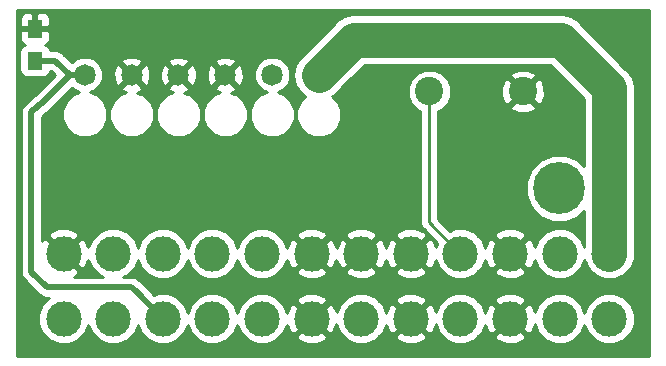
<source format=gtl>
G04 #@! TF.GenerationSoftware,KiCad,Pcbnew,(5.0.0-3-g5ebb6b6)*
G04 #@! TF.CreationDate,2018-12-11T03:05:49+01:00*
G04 #@! TF.ProjectId,pico_psu_mount,7069636F5F7073755F6D6F756E742E6B,rev?*
G04 #@! TF.SameCoordinates,Original*
G04 #@! TF.FileFunction,Copper,L1,Top,Signal*
G04 #@! TF.FilePolarity,Positive*
%FSLAX46Y46*%
G04 Gerber Fmt 4.6, Leading zero omitted, Abs format (unit mm)*
G04 Created by KiCad (PCBNEW (5.0.0-3-g5ebb6b6)) date 2018 December 11, Tuesday 03:05:49*
%MOMM*%
%LPD*%
G01*
G04 APERTURE LIST*
G04 #@! TA.AperFunction,ComponentPad*
%ADD10C,3.000000*%
G04 #@! TD*
G04 #@! TA.AperFunction,ComponentPad*
%ADD11C,2.400000*%
G04 #@! TD*
G04 #@! TA.AperFunction,ComponentPad*
%ADD12C,1.824000*%
G04 #@! TD*
G04 #@! TA.AperFunction,SMDPad,CuDef*
%ADD13R,1.300000X1.500000*%
G04 #@! TD*
G04 #@! TA.AperFunction,ViaPad*
%ADD14C,4.400000*%
G04 #@! TD*
G04 #@! TA.AperFunction,Conductor*
%ADD15C,0.250000*%
G04 #@! TD*
G04 #@! TA.AperFunction,Conductor*
%ADD16C,3.000000*%
G04 #@! TD*
G04 #@! TA.AperFunction,Conductor*
%ADD17C,0.500000*%
G04 #@! TD*
G04 #@! TA.AperFunction,Conductor*
%ADD18C,0.254000*%
G04 #@! TD*
G04 APERTURE END LIST*
D10*
G04 #@! TO.P,U2,24*
G04 #@! TO.N,GND*
X151894600Y-85660600D03*
G04 #@! TO.P,U2,23*
G04 #@! TO.N,Net-(U2-Pad23)*
X156094600Y-85660600D03*
G04 #@! TO.P,U2,22*
G04 #@! TO.N,Net-(U2-Pad22)*
X160294600Y-85660600D03*
G04 #@! TO.P,U2,21*
G04 #@! TO.N,/5V*
X164494600Y-85660600D03*
G04 #@! TO.P,U2,20*
G04 #@! TO.N,Net-(U2-Pad20)*
X168694600Y-85660600D03*
G04 #@! TO.P,U2,19*
G04 #@! TO.N,GND*
X172894600Y-85660600D03*
G04 #@! TO.P,U2,18*
X177094600Y-85660600D03*
G04 #@! TO.P,U2,17*
X181294600Y-85660600D03*
G04 #@! TO.P,U2,16*
G04 #@! TO.N,/nPSon*
X185494600Y-85660600D03*
G04 #@! TO.P,U2,15*
G04 #@! TO.N,GND*
X189694600Y-85660600D03*
G04 #@! TO.P,U2,14*
G04 #@! TO.N,Net-(U2-Pad14)*
X193894600Y-85660600D03*
G04 #@! TO.P,U2,13*
G04 #@! TO.N,/3.3V*
X198094600Y-85660600D03*
G04 #@! TO.P,U2,12*
G04 #@! TO.N,Net-(U2-Pad12)*
X151894600Y-91160600D03*
G04 #@! TO.P,U2,11*
G04 #@! TO.N,Net-(U2-Pad11)*
X156094600Y-91160600D03*
G04 #@! TO.P,U2,10*
G04 #@! TO.N,/12V*
X160294600Y-91160600D03*
G04 #@! TO.P,U2,9*
G04 #@! TO.N,Net-(U2-Pad9)*
X164494600Y-91160600D03*
G04 #@! TO.P,U2,8*
G04 #@! TO.N,Net-(U2-Pad8)*
X168694600Y-91160600D03*
G04 #@! TO.P,U2,7*
G04 #@! TO.N,GND*
X172894600Y-91160600D03*
G04 #@! TO.P,U2,6*
G04 #@! TO.N,Net-(U2-Pad6)*
X177094600Y-91160600D03*
G04 #@! TO.P,U2,5*
G04 #@! TO.N,GND*
X181294600Y-91160600D03*
G04 #@! TO.P,U2,4*
G04 #@! TO.N,Net-(U2-Pad4)*
X185494600Y-91160600D03*
G04 #@! TO.P,U2,3*
G04 #@! TO.N,GND*
X189694600Y-91160600D03*
G04 #@! TO.P,U2,2*
G04 #@! TO.N,Net-(U2-Pad2)*
X193894600Y-91160600D03*
G04 #@! TO.P,U2,1*
G04 #@! TO.N,Net-(U2-Pad1)*
X198094600Y-91160600D03*
G04 #@! TD*
D11*
G04 #@! TO.P,J1,1*
G04 #@! TO.N,/nPSon*
X182857000Y-71935200D03*
G04 #@! TO.P,J1,2*
G04 #@! TO.N,GND*
X190777000Y-71935200D03*
G04 #@! TD*
D12*
G04 #@! TO.P,U1,1*
G04 #@! TO.N,/3.3V*
X173507400Y-70535800D03*
G04 #@! TO.P,U1,2*
G04 #@! TO.N,/5V*
X169545000Y-70535800D03*
G04 #@! TO.P,U1,3*
G04 #@! TO.N,GND*
X165582600Y-70535800D03*
G04 #@! TO.P,U1,4*
X161620200Y-70535800D03*
G04 #@! TO.P,U1,5*
X157659400Y-70535800D03*
G04 #@! TO.P,U1,6*
G04 #@! TO.N,/12V*
X153695400Y-70535800D03*
G04 #@! TD*
D13*
G04 #@! TO.P,10k,2*
G04 #@! TO.N,GND*
X149453600Y-66620400D03*
G04 #@! TO.P,10k,1*
G04 #@! TO.N,/12V*
X149453600Y-69320400D03*
G04 #@! TD*
D14*
G04 #@! TO.N,*
X193858600Y-80146000D03*
G04 #@! TD*
D15*
G04 #@! TO.N,/nPSon*
X182857000Y-83023000D02*
X185494600Y-85660600D01*
X182857000Y-71935200D02*
X182857000Y-83023000D01*
D16*
G04 #@! TO.N,/3.3V*
X198094600Y-71653400D02*
X198094600Y-85660600D01*
X194614800Y-68173600D02*
X198094600Y-71653400D01*
X173507400Y-70535800D02*
X175869600Y-68173600D01*
X176504600Y-67538600D02*
X177571400Y-67538600D01*
X173507400Y-70535800D02*
X176504600Y-67538600D01*
X192379600Y-67538600D02*
X193979800Y-67538600D01*
X193979800Y-67538600D02*
X198094600Y-71653400D01*
X192379600Y-67538600D02*
X177571400Y-67538600D01*
D17*
G04 #@! TO.N,/12V*
X157984000Y-88850000D02*
X160294600Y-91160600D01*
X157634000Y-88500000D02*
X157984000Y-88850000D01*
X150450000Y-88500000D02*
X157634000Y-88500000D01*
X152405638Y-70535800D02*
X149944599Y-72996839D01*
X153695400Y-70535800D02*
X152405638Y-70535800D01*
X149944599Y-72996839D02*
X149903161Y-72996839D01*
X149903161Y-72996839D02*
X149450000Y-73450000D01*
X149450000Y-73450000D02*
X149400000Y-73450000D01*
X149400000Y-73450000D02*
X149150000Y-73700000D01*
X149150000Y-87200000D02*
X150450000Y-88500000D01*
X149150000Y-73700000D02*
X149150000Y-87200000D01*
X151190238Y-69320400D02*
X152405638Y-70535800D01*
X149453600Y-69320400D02*
X151190238Y-69320400D01*
G04 #@! TD*
D18*
G04 #@! TO.N,GND*
G36*
X201473600Y-94311000D02*
X147979600Y-94311000D01*
X147979600Y-68570400D01*
X148156160Y-68570400D01*
X148156160Y-70070400D01*
X148205443Y-70318165D01*
X148345791Y-70528209D01*
X148555835Y-70668557D01*
X148803600Y-70717840D01*
X150103600Y-70717840D01*
X150351365Y-70668557D01*
X150561409Y-70528209D01*
X150701757Y-70318165D01*
X150724187Y-70205400D01*
X150823660Y-70205400D01*
X151154059Y-70535800D01*
X149463890Y-72225970D01*
X149265112Y-72358790D01*
X149215737Y-72432685D01*
X148986532Y-72661890D01*
X148761951Y-72811951D01*
X148712576Y-72885846D01*
X148585847Y-73012575D01*
X148511951Y-73061951D01*
X148316348Y-73354691D01*
X148265000Y-73612836D01*
X148265000Y-73612839D01*
X148247663Y-73700000D01*
X148265000Y-73787161D01*
X148265001Y-87112834D01*
X148247663Y-87200000D01*
X148316348Y-87545309D01*
X148462576Y-87764154D01*
X148462578Y-87764156D01*
X148511952Y-87838049D01*
X148585845Y-87887423D01*
X149762577Y-89064156D01*
X149811951Y-89138049D01*
X149885844Y-89187423D01*
X149885845Y-89187424D01*
X150096023Y-89327861D01*
X150104690Y-89333652D01*
X150362835Y-89385000D01*
X150362839Y-89385000D01*
X150450000Y-89402337D01*
X150537161Y-89385000D01*
X150650854Y-89385000D01*
X150084634Y-89951220D01*
X149759600Y-90735922D01*
X149759600Y-91585278D01*
X150084634Y-92369980D01*
X150685220Y-92970566D01*
X151469922Y-93295600D01*
X152319278Y-93295600D01*
X153103980Y-92970566D01*
X153704566Y-92369980D01*
X153994600Y-91669776D01*
X154284634Y-92369980D01*
X154885220Y-92970566D01*
X155669922Y-93295600D01*
X156519278Y-93295600D01*
X157303980Y-92970566D01*
X157904566Y-92369980D01*
X158194600Y-91669776D01*
X158484634Y-92369980D01*
X159085220Y-92970566D01*
X159869922Y-93295600D01*
X160719278Y-93295600D01*
X161503980Y-92970566D01*
X162104566Y-92369980D01*
X162394600Y-91669776D01*
X162684634Y-92369980D01*
X163285220Y-92970566D01*
X164069922Y-93295600D01*
X164919278Y-93295600D01*
X165703980Y-92970566D01*
X166304566Y-92369980D01*
X166594600Y-91669776D01*
X166884634Y-92369980D01*
X167485220Y-92970566D01*
X168269922Y-93295600D01*
X169119278Y-93295600D01*
X169903980Y-92970566D01*
X170199976Y-92674570D01*
X171560235Y-92674570D01*
X171720018Y-92993339D01*
X172510787Y-93303323D01*
X173359987Y-93287097D01*
X174069182Y-92993339D01*
X174228965Y-92674570D01*
X172894600Y-91340205D01*
X171560235Y-92674570D01*
X170199976Y-92674570D01*
X170504566Y-92369980D01*
X170790420Y-91679866D01*
X171061861Y-92335182D01*
X171380630Y-92494965D01*
X172714995Y-91160600D01*
X173074205Y-91160600D01*
X174408570Y-92494965D01*
X174727339Y-92335182D01*
X174991302Y-91661813D01*
X175284634Y-92369980D01*
X175885220Y-92970566D01*
X176669922Y-93295600D01*
X177519278Y-93295600D01*
X178303980Y-92970566D01*
X178599976Y-92674570D01*
X179960235Y-92674570D01*
X180120018Y-92993339D01*
X180910787Y-93303323D01*
X181759987Y-93287097D01*
X182469182Y-92993339D01*
X182628965Y-92674570D01*
X181294600Y-91340205D01*
X179960235Y-92674570D01*
X178599976Y-92674570D01*
X178904566Y-92369980D01*
X179190420Y-91679866D01*
X179461861Y-92335182D01*
X179780630Y-92494965D01*
X181114995Y-91160600D01*
X181474205Y-91160600D01*
X182808570Y-92494965D01*
X183127339Y-92335182D01*
X183391302Y-91661813D01*
X183684634Y-92369980D01*
X184285220Y-92970566D01*
X185069922Y-93295600D01*
X185919278Y-93295600D01*
X186703980Y-92970566D01*
X186999976Y-92674570D01*
X188360235Y-92674570D01*
X188520018Y-92993339D01*
X189310787Y-93303323D01*
X190159987Y-93287097D01*
X190869182Y-92993339D01*
X191028965Y-92674570D01*
X189694600Y-91340205D01*
X188360235Y-92674570D01*
X186999976Y-92674570D01*
X187304566Y-92369980D01*
X187590420Y-91679866D01*
X187861861Y-92335182D01*
X188180630Y-92494965D01*
X189514995Y-91160600D01*
X189874205Y-91160600D01*
X191208570Y-92494965D01*
X191527339Y-92335182D01*
X191791302Y-91661813D01*
X192084634Y-92369980D01*
X192685220Y-92970566D01*
X193469922Y-93295600D01*
X194319278Y-93295600D01*
X195103980Y-92970566D01*
X195704566Y-92369980D01*
X195994600Y-91669776D01*
X196284634Y-92369980D01*
X196885220Y-92970566D01*
X197669922Y-93295600D01*
X198519278Y-93295600D01*
X199303980Y-92970566D01*
X199904566Y-92369980D01*
X200229600Y-91585278D01*
X200229600Y-90735922D01*
X199904566Y-89951220D01*
X199303980Y-89350634D01*
X198519278Y-89025600D01*
X197669922Y-89025600D01*
X196885220Y-89350634D01*
X196284634Y-89951220D01*
X195994600Y-90651424D01*
X195704566Y-89951220D01*
X195103980Y-89350634D01*
X194319278Y-89025600D01*
X193469922Y-89025600D01*
X192685220Y-89350634D01*
X192084634Y-89951220D01*
X191798780Y-90641334D01*
X191527339Y-89986018D01*
X191208570Y-89826235D01*
X189874205Y-91160600D01*
X189514995Y-91160600D01*
X188180630Y-89826235D01*
X187861861Y-89986018D01*
X187597898Y-90659387D01*
X187304566Y-89951220D01*
X186999976Y-89646630D01*
X188360235Y-89646630D01*
X189694600Y-90980995D01*
X191028965Y-89646630D01*
X190869182Y-89327861D01*
X190078413Y-89017877D01*
X189229213Y-89034103D01*
X188520018Y-89327861D01*
X188360235Y-89646630D01*
X186999976Y-89646630D01*
X186703980Y-89350634D01*
X185919278Y-89025600D01*
X185069922Y-89025600D01*
X184285220Y-89350634D01*
X183684634Y-89951220D01*
X183398780Y-90641334D01*
X183127339Y-89986018D01*
X182808570Y-89826235D01*
X181474205Y-91160600D01*
X181114995Y-91160600D01*
X179780630Y-89826235D01*
X179461861Y-89986018D01*
X179197898Y-90659387D01*
X178904566Y-89951220D01*
X178599976Y-89646630D01*
X179960235Y-89646630D01*
X181294600Y-90980995D01*
X182628965Y-89646630D01*
X182469182Y-89327861D01*
X181678413Y-89017877D01*
X180829213Y-89034103D01*
X180120018Y-89327861D01*
X179960235Y-89646630D01*
X178599976Y-89646630D01*
X178303980Y-89350634D01*
X177519278Y-89025600D01*
X176669922Y-89025600D01*
X175885220Y-89350634D01*
X175284634Y-89951220D01*
X174998780Y-90641334D01*
X174727339Y-89986018D01*
X174408570Y-89826235D01*
X173074205Y-91160600D01*
X172714995Y-91160600D01*
X171380630Y-89826235D01*
X171061861Y-89986018D01*
X170797898Y-90659387D01*
X170504566Y-89951220D01*
X170199976Y-89646630D01*
X171560235Y-89646630D01*
X172894600Y-90980995D01*
X174228965Y-89646630D01*
X174069182Y-89327861D01*
X173278413Y-89017877D01*
X172429213Y-89034103D01*
X171720018Y-89327861D01*
X171560235Y-89646630D01*
X170199976Y-89646630D01*
X169903980Y-89350634D01*
X169119278Y-89025600D01*
X168269922Y-89025600D01*
X167485220Y-89350634D01*
X166884634Y-89951220D01*
X166594600Y-90651424D01*
X166304566Y-89951220D01*
X165703980Y-89350634D01*
X164919278Y-89025600D01*
X164069922Y-89025600D01*
X163285220Y-89350634D01*
X162684634Y-89951220D01*
X162394600Y-90651424D01*
X162104566Y-89951220D01*
X161503980Y-89350634D01*
X160719278Y-89025600D01*
X159869922Y-89025600D01*
X159545541Y-89159963D01*
X158321425Y-87935847D01*
X158272049Y-87861951D01*
X157979310Y-87666348D01*
X157721165Y-87615000D01*
X157721161Y-87615000D01*
X157634000Y-87597663D01*
X157546839Y-87615000D01*
X156955285Y-87615000D01*
X157303980Y-87470566D01*
X157904566Y-86869980D01*
X158194600Y-86169776D01*
X158484634Y-86869980D01*
X159085220Y-87470566D01*
X159869922Y-87795600D01*
X160719278Y-87795600D01*
X161503980Y-87470566D01*
X162104566Y-86869980D01*
X162394600Y-86169776D01*
X162684634Y-86869980D01*
X163285220Y-87470566D01*
X164069922Y-87795600D01*
X164919278Y-87795600D01*
X165703980Y-87470566D01*
X166304566Y-86869980D01*
X166594600Y-86169776D01*
X166884634Y-86869980D01*
X167485220Y-87470566D01*
X168269922Y-87795600D01*
X169119278Y-87795600D01*
X169903980Y-87470566D01*
X170199976Y-87174570D01*
X171560235Y-87174570D01*
X171720018Y-87493339D01*
X172510787Y-87803323D01*
X173359987Y-87787097D01*
X174069182Y-87493339D01*
X174228965Y-87174570D01*
X175760235Y-87174570D01*
X175920018Y-87493339D01*
X176710787Y-87803323D01*
X177559987Y-87787097D01*
X178269182Y-87493339D01*
X178428965Y-87174570D01*
X179960235Y-87174570D01*
X180120018Y-87493339D01*
X180910787Y-87803323D01*
X181759987Y-87787097D01*
X182469182Y-87493339D01*
X182628965Y-87174570D01*
X181294600Y-85840205D01*
X179960235Y-87174570D01*
X178428965Y-87174570D01*
X177094600Y-85840205D01*
X175760235Y-87174570D01*
X174228965Y-87174570D01*
X172894600Y-85840205D01*
X171560235Y-87174570D01*
X170199976Y-87174570D01*
X170504566Y-86869980D01*
X170790420Y-86179866D01*
X171061861Y-86835182D01*
X171380630Y-86994965D01*
X172714995Y-85660600D01*
X173074205Y-85660600D01*
X174408570Y-86994965D01*
X174727339Y-86835182D01*
X174987237Y-86172181D01*
X175261861Y-86835182D01*
X175580630Y-86994965D01*
X176914995Y-85660600D01*
X177274205Y-85660600D01*
X178608570Y-86994965D01*
X178927339Y-86835182D01*
X179187237Y-86172181D01*
X179461861Y-86835182D01*
X179780630Y-86994965D01*
X181114995Y-85660600D01*
X179780630Y-84326235D01*
X179461861Y-84486018D01*
X179201963Y-85149019D01*
X178927339Y-84486018D01*
X178608570Y-84326235D01*
X177274205Y-85660600D01*
X176914995Y-85660600D01*
X175580630Y-84326235D01*
X175261861Y-84486018D01*
X175001963Y-85149019D01*
X174727339Y-84486018D01*
X174408570Y-84326235D01*
X173074205Y-85660600D01*
X172714995Y-85660600D01*
X171380630Y-84326235D01*
X171061861Y-84486018D01*
X170797898Y-85159387D01*
X170504566Y-84451220D01*
X170199976Y-84146630D01*
X171560235Y-84146630D01*
X172894600Y-85480995D01*
X174228965Y-84146630D01*
X175760235Y-84146630D01*
X177094600Y-85480995D01*
X178428965Y-84146630D01*
X179960235Y-84146630D01*
X181294600Y-85480995D01*
X182628965Y-84146630D01*
X182469182Y-83827861D01*
X181678413Y-83517877D01*
X180829213Y-83534103D01*
X180120018Y-83827861D01*
X179960235Y-84146630D01*
X178428965Y-84146630D01*
X178269182Y-83827861D01*
X177478413Y-83517877D01*
X176629213Y-83534103D01*
X175920018Y-83827861D01*
X175760235Y-84146630D01*
X174228965Y-84146630D01*
X174069182Y-83827861D01*
X173278413Y-83517877D01*
X172429213Y-83534103D01*
X171720018Y-83827861D01*
X171560235Y-84146630D01*
X170199976Y-84146630D01*
X169903980Y-83850634D01*
X169119278Y-83525600D01*
X168269922Y-83525600D01*
X167485220Y-83850634D01*
X166884634Y-84451220D01*
X166594600Y-85151424D01*
X166304566Y-84451220D01*
X165703980Y-83850634D01*
X164919278Y-83525600D01*
X164069922Y-83525600D01*
X163285220Y-83850634D01*
X162684634Y-84451220D01*
X162394600Y-85151424D01*
X162104566Y-84451220D01*
X161503980Y-83850634D01*
X160719278Y-83525600D01*
X159869922Y-83525600D01*
X159085220Y-83850634D01*
X158484634Y-84451220D01*
X158194600Y-85151424D01*
X157904566Y-84451220D01*
X157303980Y-83850634D01*
X156519278Y-83525600D01*
X155669922Y-83525600D01*
X154885220Y-83850634D01*
X154284634Y-84451220D01*
X153998780Y-85141334D01*
X153727339Y-84486018D01*
X153408570Y-84326235D01*
X152074205Y-85660600D01*
X153408570Y-86994965D01*
X153727339Y-86835182D01*
X153991302Y-86161813D01*
X154284634Y-86869980D01*
X154885220Y-87470566D01*
X155233915Y-87615000D01*
X152775466Y-87615000D01*
X153069182Y-87493339D01*
X153228965Y-87174570D01*
X151894600Y-85840205D01*
X151880458Y-85854348D01*
X151700853Y-85674743D01*
X151714995Y-85660600D01*
X150380630Y-84326235D01*
X150061861Y-84486018D01*
X150035000Y-84554540D01*
X150035000Y-84146630D01*
X150560235Y-84146630D01*
X151894600Y-85480995D01*
X153228965Y-84146630D01*
X153069182Y-83827861D01*
X152278413Y-83517877D01*
X151429213Y-83534103D01*
X150720018Y-83827861D01*
X150560235Y-84146630D01*
X150035000Y-84146630D01*
X150035000Y-74123495D01*
X150088049Y-74088049D01*
X150137425Y-74014153D01*
X150383870Y-73767708D01*
X150582648Y-73634888D01*
X150632024Y-73560992D01*
X152582414Y-71610603D01*
X152819095Y-71847284D01*
X153232332Y-72018452D01*
X152616304Y-72273619D01*
X152080419Y-72809504D01*
X151790400Y-73509672D01*
X151790400Y-74267528D01*
X152080419Y-74967696D01*
X152616304Y-75503581D01*
X153316472Y-75793600D01*
X154074328Y-75793600D01*
X154774496Y-75503581D01*
X155310381Y-74967696D01*
X155600400Y-74267528D01*
X155600400Y-73509672D01*
X155752800Y-73509672D01*
X155752800Y-74267528D01*
X156042819Y-74967696D01*
X156578704Y-75503581D01*
X157278872Y-75793600D01*
X158036728Y-75793600D01*
X158736896Y-75503581D01*
X159272781Y-74967696D01*
X159562800Y-74267528D01*
X159562800Y-73509672D01*
X159715200Y-73509672D01*
X159715200Y-74267528D01*
X160005219Y-74967696D01*
X160541104Y-75503581D01*
X161241272Y-75793600D01*
X161999128Y-75793600D01*
X162699296Y-75503581D01*
X163235181Y-74967696D01*
X163525200Y-74267528D01*
X163525200Y-73509672D01*
X163677600Y-73509672D01*
X163677600Y-74267528D01*
X163967619Y-74967696D01*
X164503504Y-75503581D01*
X165203672Y-75793600D01*
X165961528Y-75793600D01*
X166661696Y-75503581D01*
X167197581Y-74967696D01*
X167487600Y-74267528D01*
X167487600Y-73509672D01*
X167640000Y-73509672D01*
X167640000Y-74267528D01*
X167930019Y-74967696D01*
X168465904Y-75503581D01*
X169166072Y-75793600D01*
X169923928Y-75793600D01*
X170624096Y-75503581D01*
X171159981Y-74967696D01*
X171450000Y-74267528D01*
X171450000Y-73509672D01*
X171159981Y-72809504D01*
X170624096Y-72273619D01*
X170008068Y-72018452D01*
X170421305Y-71847284D01*
X170856484Y-71412105D01*
X171092000Y-70843518D01*
X171092000Y-70535800D01*
X171330574Y-70535800D01*
X171496274Y-71368835D01*
X171968151Y-72075049D01*
X172363027Y-72338896D01*
X171892419Y-72809504D01*
X171602400Y-73509672D01*
X171602400Y-74267528D01*
X171892419Y-74967696D01*
X172428304Y-75503581D01*
X173128472Y-75793600D01*
X173886328Y-75793600D01*
X174586496Y-75503581D01*
X175122381Y-74967696D01*
X175412400Y-74267528D01*
X175412400Y-73509672D01*
X175122381Y-72809504D01*
X174651773Y-72338896D01*
X174868383Y-72194162D01*
X175492349Y-71570196D01*
X181022000Y-71570196D01*
X181022000Y-72300204D01*
X181301362Y-72974644D01*
X181817556Y-73490838D01*
X182097000Y-73606587D01*
X182097001Y-82948148D01*
X182082112Y-83023000D01*
X182097001Y-83097852D01*
X182141097Y-83319537D01*
X182309072Y-83570929D01*
X182372528Y-83613329D01*
X183545740Y-84786541D01*
X183398780Y-85141334D01*
X183127339Y-84486018D01*
X182808570Y-84326235D01*
X181474205Y-85660600D01*
X182808570Y-86994965D01*
X183127339Y-86835182D01*
X183391302Y-86161813D01*
X183684634Y-86869980D01*
X184285220Y-87470566D01*
X185069922Y-87795600D01*
X185919278Y-87795600D01*
X186703980Y-87470566D01*
X186999976Y-87174570D01*
X188360235Y-87174570D01*
X188520018Y-87493339D01*
X189310787Y-87803323D01*
X190159987Y-87787097D01*
X190869182Y-87493339D01*
X191028965Y-87174570D01*
X189694600Y-85840205D01*
X188360235Y-87174570D01*
X186999976Y-87174570D01*
X187304566Y-86869980D01*
X187590420Y-86179866D01*
X187861861Y-86835182D01*
X188180630Y-86994965D01*
X189514995Y-85660600D01*
X188180630Y-84326235D01*
X187861861Y-84486018D01*
X187597898Y-85159387D01*
X187304566Y-84451220D01*
X186999976Y-84146630D01*
X188360235Y-84146630D01*
X189694600Y-85480995D01*
X191028965Y-84146630D01*
X190869182Y-83827861D01*
X190078413Y-83517877D01*
X189229213Y-83534103D01*
X188520018Y-83827861D01*
X188360235Y-84146630D01*
X186999976Y-84146630D01*
X186703980Y-83850634D01*
X185919278Y-83525600D01*
X185069922Y-83525600D01*
X184620541Y-83711740D01*
X183617000Y-82708199D01*
X183617000Y-73606587D01*
X183896444Y-73490838D01*
X184154907Y-73232375D01*
X189659430Y-73232375D01*
X189782565Y-73519988D01*
X190464734Y-73779907D01*
X191194443Y-73758986D01*
X191771435Y-73519988D01*
X191894570Y-73232375D01*
X190777000Y-72114805D01*
X189659430Y-73232375D01*
X184154907Y-73232375D01*
X184412638Y-72974644D01*
X184692000Y-72300204D01*
X184692000Y-71622934D01*
X188932293Y-71622934D01*
X188953214Y-72352643D01*
X189192212Y-72929635D01*
X189479825Y-73052770D01*
X190597395Y-71935200D01*
X190956605Y-71935200D01*
X192074175Y-73052770D01*
X192361788Y-72929635D01*
X192621707Y-72247466D01*
X192600786Y-71517757D01*
X192361788Y-70940765D01*
X192074175Y-70817630D01*
X190956605Y-71935200D01*
X190597395Y-71935200D01*
X189479825Y-70817630D01*
X189192212Y-70940765D01*
X188932293Y-71622934D01*
X184692000Y-71622934D01*
X184692000Y-71570196D01*
X184412638Y-70895756D01*
X184154907Y-70638025D01*
X189659430Y-70638025D01*
X190777000Y-71755595D01*
X191894570Y-70638025D01*
X191771435Y-70350412D01*
X191089266Y-70090493D01*
X190359557Y-70111414D01*
X189782565Y-70350412D01*
X189659430Y-70638025D01*
X184154907Y-70638025D01*
X183896444Y-70379562D01*
X183222004Y-70100200D01*
X182491996Y-70100200D01*
X181817556Y-70379562D01*
X181301362Y-70895756D01*
X181022000Y-71570196D01*
X175492349Y-71570196D01*
X176181436Y-70881109D01*
X177388946Y-69673600D01*
X193095455Y-69673600D01*
X195959600Y-72537746D01*
X195959600Y-78237704D01*
X195464499Y-77742603D01*
X194422517Y-77311000D01*
X193294683Y-77311000D01*
X192252701Y-77742603D01*
X191455203Y-78540101D01*
X191023600Y-79582083D01*
X191023600Y-80709917D01*
X191455203Y-81751899D01*
X192252701Y-82549397D01*
X193294683Y-82981000D01*
X194422517Y-82981000D01*
X195464499Y-82549397D01*
X195959601Y-82054295D01*
X195959601Y-85066929D01*
X195704566Y-84451220D01*
X195103980Y-83850634D01*
X194319278Y-83525600D01*
X193469922Y-83525600D01*
X192685220Y-83850634D01*
X192084634Y-84451220D01*
X191798780Y-85141334D01*
X191527339Y-84486018D01*
X191208570Y-84326235D01*
X189874205Y-85660600D01*
X191208570Y-86994965D01*
X191527339Y-86835182D01*
X191791302Y-86161813D01*
X192084634Y-86869980D01*
X192685220Y-87470566D01*
X193469922Y-87795600D01*
X194319278Y-87795600D01*
X195103980Y-87470566D01*
X195704566Y-86869980D01*
X195994600Y-86169776D01*
X196041649Y-86283362D01*
X196083475Y-86493636D01*
X196202585Y-86671897D01*
X196284634Y-86869980D01*
X196436241Y-87021587D01*
X196555352Y-87199849D01*
X196733614Y-87318960D01*
X196885220Y-87470566D01*
X197083301Y-87552614D01*
X197261565Y-87671726D01*
X197471842Y-87713553D01*
X197669922Y-87795600D01*
X197884322Y-87795600D01*
X198094600Y-87837427D01*
X198304879Y-87795600D01*
X198519278Y-87795600D01*
X198717357Y-87713553D01*
X198927636Y-87671726D01*
X199105901Y-87552613D01*
X199303980Y-87470566D01*
X199455584Y-87318962D01*
X199633849Y-87199849D01*
X199752962Y-87021584D01*
X199904566Y-86869980D01*
X199986613Y-86671901D01*
X200105726Y-86493636D01*
X200147553Y-86283357D01*
X200229600Y-86085278D01*
X200229600Y-71863675D01*
X200271426Y-71653400D01*
X200229600Y-71443125D01*
X200229600Y-71443121D01*
X200105726Y-70820364D01*
X199633849Y-70114151D01*
X199455584Y-69995038D01*
X195638164Y-66177619D01*
X195519049Y-65999351D01*
X194812836Y-65527474D01*
X194190079Y-65403600D01*
X194190075Y-65403600D01*
X193979800Y-65361774D01*
X193769525Y-65403600D01*
X176714875Y-65403600D01*
X176504600Y-65361774D01*
X176294325Y-65403600D01*
X176294321Y-65403600D01*
X175671564Y-65527474D01*
X174965351Y-65999351D01*
X174846238Y-66177616D01*
X174508617Y-66515238D01*
X174508616Y-66515238D01*
X171849038Y-69174817D01*
X171496274Y-69702765D01*
X171330574Y-70535800D01*
X171092000Y-70535800D01*
X171092000Y-70228082D01*
X170856484Y-69659495D01*
X170421305Y-69224316D01*
X169852718Y-68988800D01*
X169237282Y-68988800D01*
X168668695Y-69224316D01*
X168233516Y-69659495D01*
X167998000Y-70228082D01*
X167998000Y-70843518D01*
X168233516Y-71412105D01*
X168668695Y-71847284D01*
X169081932Y-72018452D01*
X168465904Y-72273619D01*
X167930019Y-72809504D01*
X167640000Y-73509672D01*
X167487600Y-73509672D01*
X167197581Y-72809504D01*
X166661696Y-72273619D01*
X166060556Y-72024619D01*
X166403963Y-71882375D01*
X166491842Y-71624647D01*
X165582600Y-70715405D01*
X164673358Y-71624647D01*
X164761237Y-71882375D01*
X165125596Y-72015940D01*
X164503504Y-72273619D01*
X163967619Y-72809504D01*
X163677600Y-73509672D01*
X163525200Y-73509672D01*
X163235181Y-72809504D01*
X162699296Y-72273619D01*
X162098156Y-72024619D01*
X162441563Y-71882375D01*
X162529442Y-71624647D01*
X161620200Y-70715405D01*
X160710958Y-71624647D01*
X160798837Y-71882375D01*
X161163196Y-72015940D01*
X160541104Y-72273619D01*
X160005219Y-72809504D01*
X159715200Y-73509672D01*
X159562800Y-73509672D01*
X159272781Y-72809504D01*
X158736896Y-72273619D01*
X158136556Y-72024950D01*
X158480763Y-71882375D01*
X158568642Y-71624647D01*
X157659400Y-70715405D01*
X156750158Y-71624647D01*
X156838037Y-71882375D01*
X157201547Y-72015629D01*
X156578704Y-72273619D01*
X156042819Y-72809504D01*
X155752800Y-73509672D01*
X155600400Y-73509672D01*
X155310381Y-72809504D01*
X154774496Y-72273619D01*
X154158468Y-72018452D01*
X154571705Y-71847284D01*
X155006884Y-71412105D01*
X155242400Y-70843518D01*
X155242400Y-70292271D01*
X156101005Y-70292271D01*
X156126436Y-70907180D01*
X156312825Y-71357163D01*
X156570553Y-71445042D01*
X157479795Y-70535800D01*
X157839005Y-70535800D01*
X158748247Y-71445042D01*
X159005975Y-71357163D01*
X159217795Y-70779329D01*
X159197652Y-70292271D01*
X160061805Y-70292271D01*
X160087236Y-70907180D01*
X160273625Y-71357163D01*
X160531353Y-71445042D01*
X161440595Y-70535800D01*
X161799805Y-70535800D01*
X162709047Y-71445042D01*
X162966775Y-71357163D01*
X163178595Y-70779329D01*
X163158452Y-70292271D01*
X164024205Y-70292271D01*
X164049636Y-70907180D01*
X164236025Y-71357163D01*
X164493753Y-71445042D01*
X165402995Y-70535800D01*
X165762205Y-70535800D01*
X166671447Y-71445042D01*
X166929175Y-71357163D01*
X167140995Y-70779329D01*
X167115564Y-70164420D01*
X166929175Y-69714437D01*
X166671447Y-69626558D01*
X165762205Y-70535800D01*
X165402995Y-70535800D01*
X164493753Y-69626558D01*
X164236025Y-69714437D01*
X164024205Y-70292271D01*
X163158452Y-70292271D01*
X163153164Y-70164420D01*
X162966775Y-69714437D01*
X162709047Y-69626558D01*
X161799805Y-70535800D01*
X161440595Y-70535800D01*
X160531353Y-69626558D01*
X160273625Y-69714437D01*
X160061805Y-70292271D01*
X159197652Y-70292271D01*
X159192364Y-70164420D01*
X159005975Y-69714437D01*
X158748247Y-69626558D01*
X157839005Y-70535800D01*
X157479795Y-70535800D01*
X156570553Y-69626558D01*
X156312825Y-69714437D01*
X156101005Y-70292271D01*
X155242400Y-70292271D01*
X155242400Y-70228082D01*
X155006884Y-69659495D01*
X154794342Y-69446953D01*
X156750158Y-69446953D01*
X157659400Y-70356195D01*
X158568642Y-69446953D01*
X160710958Y-69446953D01*
X161620200Y-70356195D01*
X162529442Y-69446953D01*
X164673358Y-69446953D01*
X165582600Y-70356195D01*
X166491842Y-69446953D01*
X166403963Y-69189225D01*
X165826129Y-68977405D01*
X165211220Y-69002836D01*
X164761237Y-69189225D01*
X164673358Y-69446953D01*
X162529442Y-69446953D01*
X162441563Y-69189225D01*
X161863729Y-68977405D01*
X161248820Y-69002836D01*
X160798837Y-69189225D01*
X160710958Y-69446953D01*
X158568642Y-69446953D01*
X158480763Y-69189225D01*
X157902929Y-68977405D01*
X157288020Y-69002836D01*
X156838037Y-69189225D01*
X156750158Y-69446953D01*
X154794342Y-69446953D01*
X154571705Y-69224316D01*
X154003118Y-68988800D01*
X153387682Y-68988800D01*
X152819095Y-69224316D01*
X152582414Y-69460997D01*
X151877663Y-68756247D01*
X151828287Y-68682351D01*
X151535548Y-68486748D01*
X151277403Y-68435400D01*
X151277399Y-68435400D01*
X151190238Y-68418063D01*
X151103077Y-68435400D01*
X150724187Y-68435400D01*
X150701757Y-68322635D01*
X150561409Y-68112591D01*
X150351365Y-67972243D01*
X150323391Y-67966679D01*
X150463299Y-67908727D01*
X150641927Y-67730098D01*
X150738600Y-67496709D01*
X150738600Y-66906150D01*
X150579850Y-66747400D01*
X149580600Y-66747400D01*
X149580600Y-66767400D01*
X149326600Y-66767400D01*
X149326600Y-66747400D01*
X148327350Y-66747400D01*
X148168600Y-66906150D01*
X148168600Y-67496709D01*
X148265273Y-67730098D01*
X148443901Y-67908727D01*
X148583809Y-67966679D01*
X148555835Y-67972243D01*
X148345791Y-68112591D01*
X148205443Y-68322635D01*
X148156160Y-68570400D01*
X147979600Y-68570400D01*
X147979600Y-65744091D01*
X148168600Y-65744091D01*
X148168600Y-66334650D01*
X148327350Y-66493400D01*
X149326600Y-66493400D01*
X149326600Y-65394150D01*
X149580600Y-65394150D01*
X149580600Y-66493400D01*
X150579850Y-66493400D01*
X150738600Y-66334650D01*
X150738600Y-65744091D01*
X150641927Y-65510702D01*
X150463299Y-65332073D01*
X150229910Y-65235400D01*
X149739350Y-65235400D01*
X149580600Y-65394150D01*
X149326600Y-65394150D01*
X149167850Y-65235400D01*
X148677290Y-65235400D01*
X148443901Y-65332073D01*
X148265273Y-65510702D01*
X148168600Y-65744091D01*
X147979600Y-65744091D01*
X147979600Y-64997800D01*
X201473601Y-64997800D01*
X201473600Y-94311000D01*
X201473600Y-94311000D01*
G37*
X201473600Y-94311000D02*
X147979600Y-94311000D01*
X147979600Y-68570400D01*
X148156160Y-68570400D01*
X148156160Y-70070400D01*
X148205443Y-70318165D01*
X148345791Y-70528209D01*
X148555835Y-70668557D01*
X148803600Y-70717840D01*
X150103600Y-70717840D01*
X150351365Y-70668557D01*
X150561409Y-70528209D01*
X150701757Y-70318165D01*
X150724187Y-70205400D01*
X150823660Y-70205400D01*
X151154059Y-70535800D01*
X149463890Y-72225970D01*
X149265112Y-72358790D01*
X149215737Y-72432685D01*
X148986532Y-72661890D01*
X148761951Y-72811951D01*
X148712576Y-72885846D01*
X148585847Y-73012575D01*
X148511951Y-73061951D01*
X148316348Y-73354691D01*
X148265000Y-73612836D01*
X148265000Y-73612839D01*
X148247663Y-73700000D01*
X148265000Y-73787161D01*
X148265001Y-87112834D01*
X148247663Y-87200000D01*
X148316348Y-87545309D01*
X148462576Y-87764154D01*
X148462578Y-87764156D01*
X148511952Y-87838049D01*
X148585845Y-87887423D01*
X149762577Y-89064156D01*
X149811951Y-89138049D01*
X149885844Y-89187423D01*
X149885845Y-89187424D01*
X150096023Y-89327861D01*
X150104690Y-89333652D01*
X150362835Y-89385000D01*
X150362839Y-89385000D01*
X150450000Y-89402337D01*
X150537161Y-89385000D01*
X150650854Y-89385000D01*
X150084634Y-89951220D01*
X149759600Y-90735922D01*
X149759600Y-91585278D01*
X150084634Y-92369980D01*
X150685220Y-92970566D01*
X151469922Y-93295600D01*
X152319278Y-93295600D01*
X153103980Y-92970566D01*
X153704566Y-92369980D01*
X153994600Y-91669776D01*
X154284634Y-92369980D01*
X154885220Y-92970566D01*
X155669922Y-93295600D01*
X156519278Y-93295600D01*
X157303980Y-92970566D01*
X157904566Y-92369980D01*
X158194600Y-91669776D01*
X158484634Y-92369980D01*
X159085220Y-92970566D01*
X159869922Y-93295600D01*
X160719278Y-93295600D01*
X161503980Y-92970566D01*
X162104566Y-92369980D01*
X162394600Y-91669776D01*
X162684634Y-92369980D01*
X163285220Y-92970566D01*
X164069922Y-93295600D01*
X164919278Y-93295600D01*
X165703980Y-92970566D01*
X166304566Y-92369980D01*
X166594600Y-91669776D01*
X166884634Y-92369980D01*
X167485220Y-92970566D01*
X168269922Y-93295600D01*
X169119278Y-93295600D01*
X169903980Y-92970566D01*
X170199976Y-92674570D01*
X171560235Y-92674570D01*
X171720018Y-92993339D01*
X172510787Y-93303323D01*
X173359987Y-93287097D01*
X174069182Y-92993339D01*
X174228965Y-92674570D01*
X172894600Y-91340205D01*
X171560235Y-92674570D01*
X170199976Y-92674570D01*
X170504566Y-92369980D01*
X170790420Y-91679866D01*
X171061861Y-92335182D01*
X171380630Y-92494965D01*
X172714995Y-91160600D01*
X173074205Y-91160600D01*
X174408570Y-92494965D01*
X174727339Y-92335182D01*
X174991302Y-91661813D01*
X175284634Y-92369980D01*
X175885220Y-92970566D01*
X176669922Y-93295600D01*
X177519278Y-93295600D01*
X178303980Y-92970566D01*
X178599976Y-92674570D01*
X179960235Y-92674570D01*
X180120018Y-92993339D01*
X180910787Y-93303323D01*
X181759987Y-93287097D01*
X182469182Y-92993339D01*
X182628965Y-92674570D01*
X181294600Y-91340205D01*
X179960235Y-92674570D01*
X178599976Y-92674570D01*
X178904566Y-92369980D01*
X179190420Y-91679866D01*
X179461861Y-92335182D01*
X179780630Y-92494965D01*
X181114995Y-91160600D01*
X181474205Y-91160600D01*
X182808570Y-92494965D01*
X183127339Y-92335182D01*
X183391302Y-91661813D01*
X183684634Y-92369980D01*
X184285220Y-92970566D01*
X185069922Y-93295600D01*
X185919278Y-93295600D01*
X186703980Y-92970566D01*
X186999976Y-92674570D01*
X188360235Y-92674570D01*
X188520018Y-92993339D01*
X189310787Y-93303323D01*
X190159987Y-93287097D01*
X190869182Y-92993339D01*
X191028965Y-92674570D01*
X189694600Y-91340205D01*
X188360235Y-92674570D01*
X186999976Y-92674570D01*
X187304566Y-92369980D01*
X187590420Y-91679866D01*
X187861861Y-92335182D01*
X188180630Y-92494965D01*
X189514995Y-91160600D01*
X189874205Y-91160600D01*
X191208570Y-92494965D01*
X191527339Y-92335182D01*
X191791302Y-91661813D01*
X192084634Y-92369980D01*
X192685220Y-92970566D01*
X193469922Y-93295600D01*
X194319278Y-93295600D01*
X195103980Y-92970566D01*
X195704566Y-92369980D01*
X195994600Y-91669776D01*
X196284634Y-92369980D01*
X196885220Y-92970566D01*
X197669922Y-93295600D01*
X198519278Y-93295600D01*
X199303980Y-92970566D01*
X199904566Y-92369980D01*
X200229600Y-91585278D01*
X200229600Y-90735922D01*
X199904566Y-89951220D01*
X199303980Y-89350634D01*
X198519278Y-89025600D01*
X197669922Y-89025600D01*
X196885220Y-89350634D01*
X196284634Y-89951220D01*
X195994600Y-90651424D01*
X195704566Y-89951220D01*
X195103980Y-89350634D01*
X194319278Y-89025600D01*
X193469922Y-89025600D01*
X192685220Y-89350634D01*
X192084634Y-89951220D01*
X191798780Y-90641334D01*
X191527339Y-89986018D01*
X191208570Y-89826235D01*
X189874205Y-91160600D01*
X189514995Y-91160600D01*
X188180630Y-89826235D01*
X187861861Y-89986018D01*
X187597898Y-90659387D01*
X187304566Y-89951220D01*
X186999976Y-89646630D01*
X188360235Y-89646630D01*
X189694600Y-90980995D01*
X191028965Y-89646630D01*
X190869182Y-89327861D01*
X190078413Y-89017877D01*
X189229213Y-89034103D01*
X188520018Y-89327861D01*
X188360235Y-89646630D01*
X186999976Y-89646630D01*
X186703980Y-89350634D01*
X185919278Y-89025600D01*
X185069922Y-89025600D01*
X184285220Y-89350634D01*
X183684634Y-89951220D01*
X183398780Y-90641334D01*
X183127339Y-89986018D01*
X182808570Y-89826235D01*
X181474205Y-91160600D01*
X181114995Y-91160600D01*
X179780630Y-89826235D01*
X179461861Y-89986018D01*
X179197898Y-90659387D01*
X178904566Y-89951220D01*
X178599976Y-89646630D01*
X179960235Y-89646630D01*
X181294600Y-90980995D01*
X182628965Y-89646630D01*
X182469182Y-89327861D01*
X181678413Y-89017877D01*
X180829213Y-89034103D01*
X180120018Y-89327861D01*
X179960235Y-89646630D01*
X178599976Y-89646630D01*
X178303980Y-89350634D01*
X177519278Y-89025600D01*
X176669922Y-89025600D01*
X175885220Y-89350634D01*
X175284634Y-89951220D01*
X174998780Y-90641334D01*
X174727339Y-89986018D01*
X174408570Y-89826235D01*
X173074205Y-91160600D01*
X172714995Y-91160600D01*
X171380630Y-89826235D01*
X171061861Y-89986018D01*
X170797898Y-90659387D01*
X170504566Y-89951220D01*
X170199976Y-89646630D01*
X171560235Y-89646630D01*
X172894600Y-90980995D01*
X174228965Y-89646630D01*
X174069182Y-89327861D01*
X173278413Y-89017877D01*
X172429213Y-89034103D01*
X171720018Y-89327861D01*
X171560235Y-89646630D01*
X170199976Y-89646630D01*
X169903980Y-89350634D01*
X169119278Y-89025600D01*
X168269922Y-89025600D01*
X167485220Y-89350634D01*
X166884634Y-89951220D01*
X166594600Y-90651424D01*
X166304566Y-89951220D01*
X165703980Y-89350634D01*
X164919278Y-89025600D01*
X164069922Y-89025600D01*
X163285220Y-89350634D01*
X162684634Y-89951220D01*
X162394600Y-90651424D01*
X162104566Y-89951220D01*
X161503980Y-89350634D01*
X160719278Y-89025600D01*
X159869922Y-89025600D01*
X159545541Y-89159963D01*
X158321425Y-87935847D01*
X158272049Y-87861951D01*
X157979310Y-87666348D01*
X157721165Y-87615000D01*
X157721161Y-87615000D01*
X157634000Y-87597663D01*
X157546839Y-87615000D01*
X156955285Y-87615000D01*
X157303980Y-87470566D01*
X157904566Y-86869980D01*
X158194600Y-86169776D01*
X158484634Y-86869980D01*
X159085220Y-87470566D01*
X159869922Y-87795600D01*
X160719278Y-87795600D01*
X161503980Y-87470566D01*
X162104566Y-86869980D01*
X162394600Y-86169776D01*
X162684634Y-86869980D01*
X163285220Y-87470566D01*
X164069922Y-87795600D01*
X164919278Y-87795600D01*
X165703980Y-87470566D01*
X166304566Y-86869980D01*
X166594600Y-86169776D01*
X166884634Y-86869980D01*
X167485220Y-87470566D01*
X168269922Y-87795600D01*
X169119278Y-87795600D01*
X169903980Y-87470566D01*
X170199976Y-87174570D01*
X171560235Y-87174570D01*
X171720018Y-87493339D01*
X172510787Y-87803323D01*
X173359987Y-87787097D01*
X174069182Y-87493339D01*
X174228965Y-87174570D01*
X175760235Y-87174570D01*
X175920018Y-87493339D01*
X176710787Y-87803323D01*
X177559987Y-87787097D01*
X178269182Y-87493339D01*
X178428965Y-87174570D01*
X179960235Y-87174570D01*
X180120018Y-87493339D01*
X180910787Y-87803323D01*
X181759987Y-87787097D01*
X182469182Y-87493339D01*
X182628965Y-87174570D01*
X181294600Y-85840205D01*
X179960235Y-87174570D01*
X178428965Y-87174570D01*
X177094600Y-85840205D01*
X175760235Y-87174570D01*
X174228965Y-87174570D01*
X172894600Y-85840205D01*
X171560235Y-87174570D01*
X170199976Y-87174570D01*
X170504566Y-86869980D01*
X170790420Y-86179866D01*
X171061861Y-86835182D01*
X171380630Y-86994965D01*
X172714995Y-85660600D01*
X173074205Y-85660600D01*
X174408570Y-86994965D01*
X174727339Y-86835182D01*
X174987237Y-86172181D01*
X175261861Y-86835182D01*
X175580630Y-86994965D01*
X176914995Y-85660600D01*
X177274205Y-85660600D01*
X178608570Y-86994965D01*
X178927339Y-86835182D01*
X179187237Y-86172181D01*
X179461861Y-86835182D01*
X179780630Y-86994965D01*
X181114995Y-85660600D01*
X179780630Y-84326235D01*
X179461861Y-84486018D01*
X179201963Y-85149019D01*
X178927339Y-84486018D01*
X178608570Y-84326235D01*
X177274205Y-85660600D01*
X176914995Y-85660600D01*
X175580630Y-84326235D01*
X175261861Y-84486018D01*
X175001963Y-85149019D01*
X174727339Y-84486018D01*
X174408570Y-84326235D01*
X173074205Y-85660600D01*
X172714995Y-85660600D01*
X171380630Y-84326235D01*
X171061861Y-84486018D01*
X170797898Y-85159387D01*
X170504566Y-84451220D01*
X170199976Y-84146630D01*
X171560235Y-84146630D01*
X172894600Y-85480995D01*
X174228965Y-84146630D01*
X175760235Y-84146630D01*
X177094600Y-85480995D01*
X178428965Y-84146630D01*
X179960235Y-84146630D01*
X181294600Y-85480995D01*
X182628965Y-84146630D01*
X182469182Y-83827861D01*
X181678413Y-83517877D01*
X180829213Y-83534103D01*
X180120018Y-83827861D01*
X179960235Y-84146630D01*
X178428965Y-84146630D01*
X178269182Y-83827861D01*
X177478413Y-83517877D01*
X176629213Y-83534103D01*
X175920018Y-83827861D01*
X175760235Y-84146630D01*
X174228965Y-84146630D01*
X174069182Y-83827861D01*
X173278413Y-83517877D01*
X172429213Y-83534103D01*
X171720018Y-83827861D01*
X171560235Y-84146630D01*
X170199976Y-84146630D01*
X169903980Y-83850634D01*
X169119278Y-83525600D01*
X168269922Y-83525600D01*
X167485220Y-83850634D01*
X166884634Y-84451220D01*
X166594600Y-85151424D01*
X166304566Y-84451220D01*
X165703980Y-83850634D01*
X164919278Y-83525600D01*
X164069922Y-83525600D01*
X163285220Y-83850634D01*
X162684634Y-84451220D01*
X162394600Y-85151424D01*
X162104566Y-84451220D01*
X161503980Y-83850634D01*
X160719278Y-83525600D01*
X159869922Y-83525600D01*
X159085220Y-83850634D01*
X158484634Y-84451220D01*
X158194600Y-85151424D01*
X157904566Y-84451220D01*
X157303980Y-83850634D01*
X156519278Y-83525600D01*
X155669922Y-83525600D01*
X154885220Y-83850634D01*
X154284634Y-84451220D01*
X153998780Y-85141334D01*
X153727339Y-84486018D01*
X153408570Y-84326235D01*
X152074205Y-85660600D01*
X153408570Y-86994965D01*
X153727339Y-86835182D01*
X153991302Y-86161813D01*
X154284634Y-86869980D01*
X154885220Y-87470566D01*
X155233915Y-87615000D01*
X152775466Y-87615000D01*
X153069182Y-87493339D01*
X153228965Y-87174570D01*
X151894600Y-85840205D01*
X151880458Y-85854348D01*
X151700853Y-85674743D01*
X151714995Y-85660600D01*
X150380630Y-84326235D01*
X150061861Y-84486018D01*
X150035000Y-84554540D01*
X150035000Y-84146630D01*
X150560235Y-84146630D01*
X151894600Y-85480995D01*
X153228965Y-84146630D01*
X153069182Y-83827861D01*
X152278413Y-83517877D01*
X151429213Y-83534103D01*
X150720018Y-83827861D01*
X150560235Y-84146630D01*
X150035000Y-84146630D01*
X150035000Y-74123495D01*
X150088049Y-74088049D01*
X150137425Y-74014153D01*
X150383870Y-73767708D01*
X150582648Y-73634888D01*
X150632024Y-73560992D01*
X152582414Y-71610603D01*
X152819095Y-71847284D01*
X153232332Y-72018452D01*
X152616304Y-72273619D01*
X152080419Y-72809504D01*
X151790400Y-73509672D01*
X151790400Y-74267528D01*
X152080419Y-74967696D01*
X152616304Y-75503581D01*
X153316472Y-75793600D01*
X154074328Y-75793600D01*
X154774496Y-75503581D01*
X155310381Y-74967696D01*
X155600400Y-74267528D01*
X155600400Y-73509672D01*
X155752800Y-73509672D01*
X155752800Y-74267528D01*
X156042819Y-74967696D01*
X156578704Y-75503581D01*
X157278872Y-75793600D01*
X158036728Y-75793600D01*
X158736896Y-75503581D01*
X159272781Y-74967696D01*
X159562800Y-74267528D01*
X159562800Y-73509672D01*
X159715200Y-73509672D01*
X159715200Y-74267528D01*
X160005219Y-74967696D01*
X160541104Y-75503581D01*
X161241272Y-75793600D01*
X161999128Y-75793600D01*
X162699296Y-75503581D01*
X163235181Y-74967696D01*
X163525200Y-74267528D01*
X163525200Y-73509672D01*
X163677600Y-73509672D01*
X163677600Y-74267528D01*
X163967619Y-74967696D01*
X164503504Y-75503581D01*
X165203672Y-75793600D01*
X165961528Y-75793600D01*
X166661696Y-75503581D01*
X167197581Y-74967696D01*
X167487600Y-74267528D01*
X167487600Y-73509672D01*
X167640000Y-73509672D01*
X167640000Y-74267528D01*
X167930019Y-74967696D01*
X168465904Y-75503581D01*
X169166072Y-75793600D01*
X169923928Y-75793600D01*
X170624096Y-75503581D01*
X171159981Y-74967696D01*
X171450000Y-74267528D01*
X171450000Y-73509672D01*
X171159981Y-72809504D01*
X170624096Y-72273619D01*
X170008068Y-72018452D01*
X170421305Y-71847284D01*
X170856484Y-71412105D01*
X171092000Y-70843518D01*
X171092000Y-70535800D01*
X171330574Y-70535800D01*
X171496274Y-71368835D01*
X171968151Y-72075049D01*
X172363027Y-72338896D01*
X171892419Y-72809504D01*
X171602400Y-73509672D01*
X171602400Y-74267528D01*
X171892419Y-74967696D01*
X172428304Y-75503581D01*
X173128472Y-75793600D01*
X173886328Y-75793600D01*
X174586496Y-75503581D01*
X175122381Y-74967696D01*
X175412400Y-74267528D01*
X175412400Y-73509672D01*
X175122381Y-72809504D01*
X174651773Y-72338896D01*
X174868383Y-72194162D01*
X175492349Y-71570196D01*
X181022000Y-71570196D01*
X181022000Y-72300204D01*
X181301362Y-72974644D01*
X181817556Y-73490838D01*
X182097000Y-73606587D01*
X182097001Y-82948148D01*
X182082112Y-83023000D01*
X182097001Y-83097852D01*
X182141097Y-83319537D01*
X182309072Y-83570929D01*
X182372528Y-83613329D01*
X183545740Y-84786541D01*
X183398780Y-85141334D01*
X183127339Y-84486018D01*
X182808570Y-84326235D01*
X181474205Y-85660600D01*
X182808570Y-86994965D01*
X183127339Y-86835182D01*
X183391302Y-86161813D01*
X183684634Y-86869980D01*
X184285220Y-87470566D01*
X185069922Y-87795600D01*
X185919278Y-87795600D01*
X186703980Y-87470566D01*
X186999976Y-87174570D01*
X188360235Y-87174570D01*
X188520018Y-87493339D01*
X189310787Y-87803323D01*
X190159987Y-87787097D01*
X190869182Y-87493339D01*
X191028965Y-87174570D01*
X189694600Y-85840205D01*
X188360235Y-87174570D01*
X186999976Y-87174570D01*
X187304566Y-86869980D01*
X187590420Y-86179866D01*
X187861861Y-86835182D01*
X188180630Y-86994965D01*
X189514995Y-85660600D01*
X188180630Y-84326235D01*
X187861861Y-84486018D01*
X187597898Y-85159387D01*
X187304566Y-84451220D01*
X186999976Y-84146630D01*
X188360235Y-84146630D01*
X189694600Y-85480995D01*
X191028965Y-84146630D01*
X190869182Y-83827861D01*
X190078413Y-83517877D01*
X189229213Y-83534103D01*
X188520018Y-83827861D01*
X188360235Y-84146630D01*
X186999976Y-84146630D01*
X186703980Y-83850634D01*
X185919278Y-83525600D01*
X185069922Y-83525600D01*
X184620541Y-83711740D01*
X183617000Y-82708199D01*
X183617000Y-73606587D01*
X183896444Y-73490838D01*
X184154907Y-73232375D01*
X189659430Y-73232375D01*
X189782565Y-73519988D01*
X190464734Y-73779907D01*
X191194443Y-73758986D01*
X191771435Y-73519988D01*
X191894570Y-73232375D01*
X190777000Y-72114805D01*
X189659430Y-73232375D01*
X184154907Y-73232375D01*
X184412638Y-72974644D01*
X184692000Y-72300204D01*
X184692000Y-71622934D01*
X188932293Y-71622934D01*
X188953214Y-72352643D01*
X189192212Y-72929635D01*
X189479825Y-73052770D01*
X190597395Y-71935200D01*
X190956605Y-71935200D01*
X192074175Y-73052770D01*
X192361788Y-72929635D01*
X192621707Y-72247466D01*
X192600786Y-71517757D01*
X192361788Y-70940765D01*
X192074175Y-70817630D01*
X190956605Y-71935200D01*
X190597395Y-71935200D01*
X189479825Y-70817630D01*
X189192212Y-70940765D01*
X188932293Y-71622934D01*
X184692000Y-71622934D01*
X184692000Y-71570196D01*
X184412638Y-70895756D01*
X184154907Y-70638025D01*
X189659430Y-70638025D01*
X190777000Y-71755595D01*
X191894570Y-70638025D01*
X191771435Y-70350412D01*
X191089266Y-70090493D01*
X190359557Y-70111414D01*
X189782565Y-70350412D01*
X189659430Y-70638025D01*
X184154907Y-70638025D01*
X183896444Y-70379562D01*
X183222004Y-70100200D01*
X182491996Y-70100200D01*
X181817556Y-70379562D01*
X181301362Y-70895756D01*
X181022000Y-71570196D01*
X175492349Y-71570196D01*
X176181436Y-70881109D01*
X177388946Y-69673600D01*
X193095455Y-69673600D01*
X195959600Y-72537746D01*
X195959600Y-78237704D01*
X195464499Y-77742603D01*
X194422517Y-77311000D01*
X193294683Y-77311000D01*
X192252701Y-77742603D01*
X191455203Y-78540101D01*
X191023600Y-79582083D01*
X191023600Y-80709917D01*
X191455203Y-81751899D01*
X192252701Y-82549397D01*
X193294683Y-82981000D01*
X194422517Y-82981000D01*
X195464499Y-82549397D01*
X195959601Y-82054295D01*
X195959601Y-85066929D01*
X195704566Y-84451220D01*
X195103980Y-83850634D01*
X194319278Y-83525600D01*
X193469922Y-83525600D01*
X192685220Y-83850634D01*
X192084634Y-84451220D01*
X191798780Y-85141334D01*
X191527339Y-84486018D01*
X191208570Y-84326235D01*
X189874205Y-85660600D01*
X191208570Y-86994965D01*
X191527339Y-86835182D01*
X191791302Y-86161813D01*
X192084634Y-86869980D01*
X192685220Y-87470566D01*
X193469922Y-87795600D01*
X194319278Y-87795600D01*
X195103980Y-87470566D01*
X195704566Y-86869980D01*
X195994600Y-86169776D01*
X196041649Y-86283362D01*
X196083475Y-86493636D01*
X196202585Y-86671897D01*
X196284634Y-86869980D01*
X196436241Y-87021587D01*
X196555352Y-87199849D01*
X196733614Y-87318960D01*
X196885220Y-87470566D01*
X197083301Y-87552614D01*
X197261565Y-87671726D01*
X197471842Y-87713553D01*
X197669922Y-87795600D01*
X197884322Y-87795600D01*
X198094600Y-87837427D01*
X198304879Y-87795600D01*
X198519278Y-87795600D01*
X198717357Y-87713553D01*
X198927636Y-87671726D01*
X199105901Y-87552613D01*
X199303980Y-87470566D01*
X199455584Y-87318962D01*
X199633849Y-87199849D01*
X199752962Y-87021584D01*
X199904566Y-86869980D01*
X199986613Y-86671901D01*
X200105726Y-86493636D01*
X200147553Y-86283357D01*
X200229600Y-86085278D01*
X200229600Y-71863675D01*
X200271426Y-71653400D01*
X200229600Y-71443125D01*
X200229600Y-71443121D01*
X200105726Y-70820364D01*
X199633849Y-70114151D01*
X199455584Y-69995038D01*
X195638164Y-66177619D01*
X195519049Y-65999351D01*
X194812836Y-65527474D01*
X194190079Y-65403600D01*
X194190075Y-65403600D01*
X193979800Y-65361774D01*
X193769525Y-65403600D01*
X176714875Y-65403600D01*
X176504600Y-65361774D01*
X176294325Y-65403600D01*
X176294321Y-65403600D01*
X175671564Y-65527474D01*
X174965351Y-65999351D01*
X174846238Y-66177616D01*
X174508617Y-66515238D01*
X174508616Y-66515238D01*
X171849038Y-69174817D01*
X171496274Y-69702765D01*
X171330574Y-70535800D01*
X171092000Y-70535800D01*
X171092000Y-70228082D01*
X170856484Y-69659495D01*
X170421305Y-69224316D01*
X169852718Y-68988800D01*
X169237282Y-68988800D01*
X168668695Y-69224316D01*
X168233516Y-69659495D01*
X167998000Y-70228082D01*
X167998000Y-70843518D01*
X168233516Y-71412105D01*
X168668695Y-71847284D01*
X169081932Y-72018452D01*
X168465904Y-72273619D01*
X167930019Y-72809504D01*
X167640000Y-73509672D01*
X167487600Y-73509672D01*
X167197581Y-72809504D01*
X166661696Y-72273619D01*
X166060556Y-72024619D01*
X166403963Y-71882375D01*
X166491842Y-71624647D01*
X165582600Y-70715405D01*
X164673358Y-71624647D01*
X164761237Y-71882375D01*
X165125596Y-72015940D01*
X164503504Y-72273619D01*
X163967619Y-72809504D01*
X163677600Y-73509672D01*
X163525200Y-73509672D01*
X163235181Y-72809504D01*
X162699296Y-72273619D01*
X162098156Y-72024619D01*
X162441563Y-71882375D01*
X162529442Y-71624647D01*
X161620200Y-70715405D01*
X160710958Y-71624647D01*
X160798837Y-71882375D01*
X161163196Y-72015940D01*
X160541104Y-72273619D01*
X160005219Y-72809504D01*
X159715200Y-73509672D01*
X159562800Y-73509672D01*
X159272781Y-72809504D01*
X158736896Y-72273619D01*
X158136556Y-72024950D01*
X158480763Y-71882375D01*
X158568642Y-71624647D01*
X157659400Y-70715405D01*
X156750158Y-71624647D01*
X156838037Y-71882375D01*
X157201547Y-72015629D01*
X156578704Y-72273619D01*
X156042819Y-72809504D01*
X155752800Y-73509672D01*
X155600400Y-73509672D01*
X155310381Y-72809504D01*
X154774496Y-72273619D01*
X154158468Y-72018452D01*
X154571705Y-71847284D01*
X155006884Y-71412105D01*
X155242400Y-70843518D01*
X155242400Y-70292271D01*
X156101005Y-70292271D01*
X156126436Y-70907180D01*
X156312825Y-71357163D01*
X156570553Y-71445042D01*
X157479795Y-70535800D01*
X157839005Y-70535800D01*
X158748247Y-71445042D01*
X159005975Y-71357163D01*
X159217795Y-70779329D01*
X159197652Y-70292271D01*
X160061805Y-70292271D01*
X160087236Y-70907180D01*
X160273625Y-71357163D01*
X160531353Y-71445042D01*
X161440595Y-70535800D01*
X161799805Y-70535800D01*
X162709047Y-71445042D01*
X162966775Y-71357163D01*
X163178595Y-70779329D01*
X163158452Y-70292271D01*
X164024205Y-70292271D01*
X164049636Y-70907180D01*
X164236025Y-71357163D01*
X164493753Y-71445042D01*
X165402995Y-70535800D01*
X165762205Y-70535800D01*
X166671447Y-71445042D01*
X166929175Y-71357163D01*
X167140995Y-70779329D01*
X167115564Y-70164420D01*
X166929175Y-69714437D01*
X166671447Y-69626558D01*
X165762205Y-70535800D01*
X165402995Y-70535800D01*
X164493753Y-69626558D01*
X164236025Y-69714437D01*
X164024205Y-70292271D01*
X163158452Y-70292271D01*
X163153164Y-70164420D01*
X162966775Y-69714437D01*
X162709047Y-69626558D01*
X161799805Y-70535800D01*
X161440595Y-70535800D01*
X160531353Y-69626558D01*
X160273625Y-69714437D01*
X160061805Y-70292271D01*
X159197652Y-70292271D01*
X159192364Y-70164420D01*
X159005975Y-69714437D01*
X158748247Y-69626558D01*
X157839005Y-70535800D01*
X157479795Y-70535800D01*
X156570553Y-69626558D01*
X156312825Y-69714437D01*
X156101005Y-70292271D01*
X155242400Y-70292271D01*
X155242400Y-70228082D01*
X155006884Y-69659495D01*
X154794342Y-69446953D01*
X156750158Y-69446953D01*
X157659400Y-70356195D01*
X158568642Y-69446953D01*
X160710958Y-69446953D01*
X161620200Y-70356195D01*
X162529442Y-69446953D01*
X164673358Y-69446953D01*
X165582600Y-70356195D01*
X166491842Y-69446953D01*
X166403963Y-69189225D01*
X165826129Y-68977405D01*
X165211220Y-69002836D01*
X164761237Y-69189225D01*
X164673358Y-69446953D01*
X162529442Y-69446953D01*
X162441563Y-69189225D01*
X161863729Y-68977405D01*
X161248820Y-69002836D01*
X160798837Y-69189225D01*
X160710958Y-69446953D01*
X158568642Y-69446953D01*
X158480763Y-69189225D01*
X157902929Y-68977405D01*
X157288020Y-69002836D01*
X156838037Y-69189225D01*
X156750158Y-69446953D01*
X154794342Y-69446953D01*
X154571705Y-69224316D01*
X154003118Y-68988800D01*
X153387682Y-68988800D01*
X152819095Y-69224316D01*
X152582414Y-69460997D01*
X151877663Y-68756247D01*
X151828287Y-68682351D01*
X151535548Y-68486748D01*
X151277403Y-68435400D01*
X151277399Y-68435400D01*
X151190238Y-68418063D01*
X151103077Y-68435400D01*
X150724187Y-68435400D01*
X150701757Y-68322635D01*
X150561409Y-68112591D01*
X150351365Y-67972243D01*
X150323391Y-67966679D01*
X150463299Y-67908727D01*
X150641927Y-67730098D01*
X150738600Y-67496709D01*
X150738600Y-66906150D01*
X150579850Y-66747400D01*
X149580600Y-66747400D01*
X149580600Y-66767400D01*
X149326600Y-66767400D01*
X149326600Y-66747400D01*
X148327350Y-66747400D01*
X148168600Y-66906150D01*
X148168600Y-67496709D01*
X148265273Y-67730098D01*
X148443901Y-67908727D01*
X148583809Y-67966679D01*
X148555835Y-67972243D01*
X148345791Y-68112591D01*
X148205443Y-68322635D01*
X148156160Y-68570400D01*
X147979600Y-68570400D01*
X147979600Y-65744091D01*
X148168600Y-65744091D01*
X148168600Y-66334650D01*
X148327350Y-66493400D01*
X149326600Y-66493400D01*
X149326600Y-65394150D01*
X149580600Y-65394150D01*
X149580600Y-66493400D01*
X150579850Y-66493400D01*
X150738600Y-66334650D01*
X150738600Y-65744091D01*
X150641927Y-65510702D01*
X150463299Y-65332073D01*
X150229910Y-65235400D01*
X149739350Y-65235400D01*
X149580600Y-65394150D01*
X149326600Y-65394150D01*
X149167850Y-65235400D01*
X148677290Y-65235400D01*
X148443901Y-65332073D01*
X148265273Y-65510702D01*
X148168600Y-65744091D01*
X147979600Y-65744091D01*
X147979600Y-64997800D01*
X201473601Y-64997800D01*
X201473600Y-94311000D01*
G04 #@! TD*
M02*

</source>
